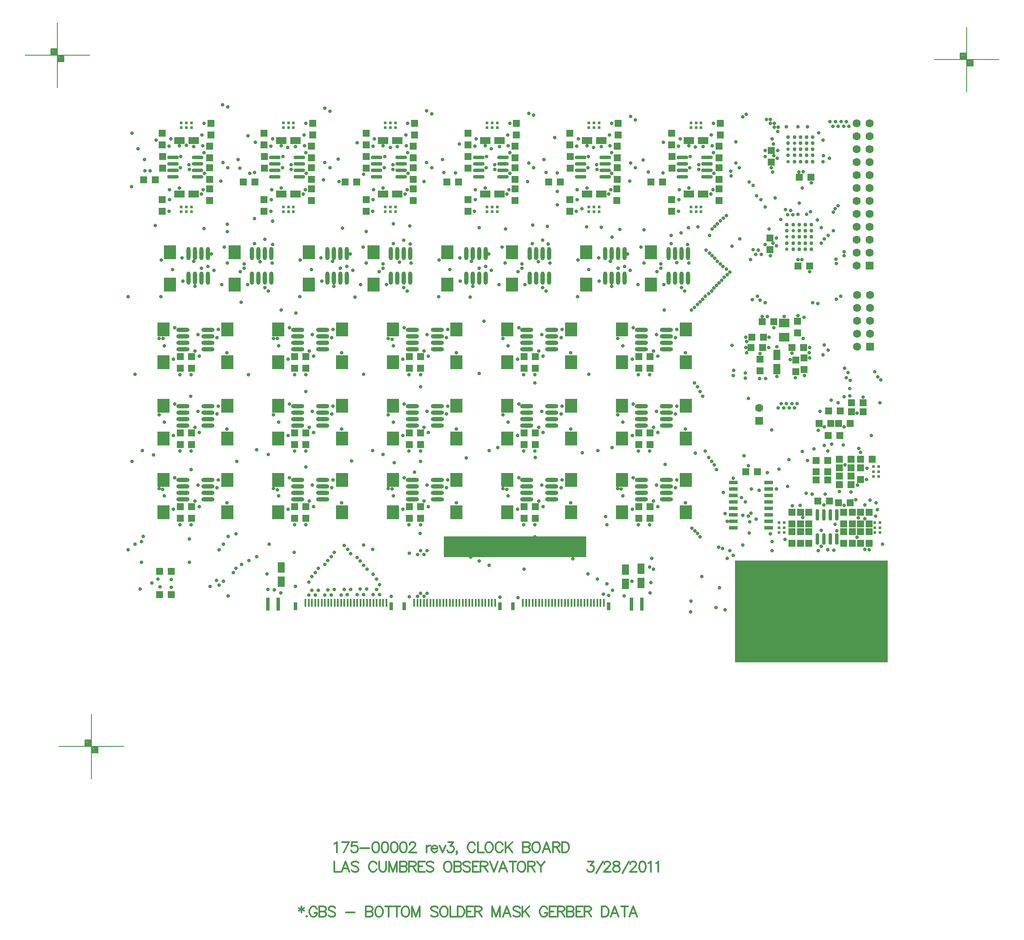
<source format=gbs>
%FSLAX23Y23*%
%MOIN*%
G70*
G01*
G75*
G04 Layer_Color=16711935*
%ADD10O,0.010X0.061*%
%ADD11O,0.061X0.010*%
%ADD12R,0.037X0.035*%
%ADD13R,0.037X0.035*%
%ADD14R,0.035X0.037*%
%ADD15R,0.035X0.037*%
%ADD16R,0.138X0.085*%
%ADD17R,0.043X0.085*%
%ADD18R,0.043X0.085*%
%ADD19R,0.135X0.070*%
%ADD20R,0.028X0.036*%
%ADD21R,0.036X0.036*%
%ADD22R,0.036X0.036*%
%ADD23R,0.100X0.100*%
%ADD24R,0.060X0.086*%
%ADD25R,0.045X0.017*%
%ADD26R,0.031X0.060*%
%ADD27R,0.014X0.060*%
%ADD28R,0.030X0.100*%
%ADD29R,0.228X0.228*%
%ADD30O,0.008X0.033*%
%ADD31O,0.033X0.008*%
%ADD32O,0.024X0.087*%
%ADD33R,0.050X0.050*%
%ADD34R,0.070X0.135*%
%ADD35O,0.098X0.028*%
%ADD36R,0.050X0.050*%
%ADD37R,0.085X0.043*%
%ADD38R,0.085X0.043*%
%ADD39R,0.085X0.138*%
%ADD40R,0.048X0.078*%
%ADD41C,0.040*%
%ADD42C,0.010*%
%ADD43C,0.005*%
%ADD44C,0.020*%
%ADD45C,0.007*%
%ADD46C,0.012*%
%ADD47R,1.181X0.787*%
%ADD48C,0.008*%
%ADD49C,0.012*%
%ADD50C,0.012*%
%ADD51C,0.020*%
%ADD52C,0.026*%
%ADD53R,0.059X0.059*%
%ADD54C,0.059*%
%ADD55C,0.236*%
%ADD56C,0.050*%
%ADD57C,0.024*%
%ADD58C,0.040*%
%ADD59C,0.030*%
%ADD60C,0.033*%
%ADD61C,0.055*%
G04:AMPARAMS|DCode=62|XSize=70mil|YSize=70mil|CornerRadius=0mil|HoleSize=0mil|Usage=FLASHONLY|Rotation=0.000|XOffset=0mil|YOffset=0mil|HoleType=Round|Shape=Relief|Width=10mil|Gap=10mil|Entries=4|*
%AMTHD62*
7,0,0,0.070,0.050,0.010,45*
%
%ADD62THD62*%
G04:AMPARAMS|DCode=63|XSize=95.433mil|YSize=95.433mil|CornerRadius=0mil|HoleSize=0mil|Usage=FLASHONLY|Rotation=0.000|XOffset=0mil|YOffset=0mil|HoleType=Round|Shape=Relief|Width=10mil|Gap=10mil|Entries=4|*
%AMTHD63*
7,0,0,0.095,0.075,0.010,45*
%
%ADD63THD63*%
%ADD64C,0.045*%
%ADD65R,0.065X0.024*%
%ADD66R,0.094X0.102*%
%ADD67R,0.075X0.063*%
%ADD68O,0.087X0.024*%
%ADD69R,0.078X0.048*%
%ADD70O,0.028X0.098*%
%ADD71R,1.181X0.787*%
%ADD72C,0.024*%
%ADD73C,0.010*%
%ADD74C,0.010*%
%ADD75C,0.008*%
%ADD76C,0.006*%
%ADD77R,0.240X0.165*%
%ADD78R,1.181X0.787*%
%ADD79O,0.014X0.065*%
%ADD80O,0.065X0.014*%
%ADD81R,0.041X0.039*%
%ADD82R,0.041X0.039*%
%ADD83R,0.039X0.041*%
%ADD84R,0.039X0.041*%
%ADD85R,0.142X0.089*%
%ADD86R,0.047X0.089*%
%ADD87R,0.047X0.089*%
%ADD88R,0.139X0.074*%
%ADD89R,0.032X0.040*%
%ADD90R,0.040X0.040*%
%ADD91R,0.040X0.040*%
%ADD92R,0.104X0.104*%
%ADD93R,0.064X0.090*%
%ADD94R,0.049X0.021*%
%ADD95R,0.232X0.232*%
%ADD96O,0.012X0.037*%
%ADD97O,0.037X0.012*%
%ADD98O,0.028X0.091*%
%ADD99R,0.054X0.054*%
%ADD100R,0.074X0.139*%
%ADD101O,0.102X0.032*%
%ADD102R,0.054X0.054*%
%ADD103R,0.089X0.047*%
%ADD104R,0.089X0.047*%
%ADD105R,0.089X0.142*%
%ADD106R,0.052X0.082*%
%ADD107C,0.080*%
%ADD108C,0.120*%
%ADD109C,0.030*%
%ADD110R,0.063X0.063*%
%ADD111C,0.063*%
%ADD112C,0.240*%
%ADD113C,0.054*%
%ADD114C,0.028*%
%ADD115R,1.099X0.163*%
%ADD116R,0.069X0.028*%
%ADD117R,0.098X0.106*%
%ADD118R,0.079X0.067*%
%ADD119O,0.091X0.028*%
%ADD120R,0.082X0.052*%
%ADD121O,0.032X0.102*%
D26*
X22645Y15776D02*
D03*
X23385D02*
D03*
X23485D02*
D03*
X24225D02*
D03*
X24325D02*
D03*
X25065D02*
D03*
D27*
X22747Y15803D02*
D03*
X22772D02*
D03*
X22797D02*
D03*
X22822D02*
D03*
X22847D02*
D03*
X22872D02*
D03*
X22897D02*
D03*
X22922D02*
D03*
X22947D02*
D03*
X22972D02*
D03*
X22997D02*
D03*
X23022D02*
D03*
X23047D02*
D03*
X23072D02*
D03*
X23097D02*
D03*
X23122D02*
D03*
X23147D02*
D03*
X23172D02*
D03*
X23197D02*
D03*
X23222D02*
D03*
X23247D02*
D03*
X23272D02*
D03*
X23297D02*
D03*
X23322D02*
D03*
X23562D02*
D03*
X23587D02*
D03*
X23612D02*
D03*
X23637D02*
D03*
X23662D02*
D03*
X23687D02*
D03*
X23712D02*
D03*
X23737D02*
D03*
X23762D02*
D03*
X23787D02*
D03*
X23812D02*
D03*
X23837D02*
D03*
X23862D02*
D03*
X23887D02*
D03*
X23912D02*
D03*
X23937D02*
D03*
X23962D02*
D03*
X23987D02*
D03*
X24012D02*
D03*
X24037D02*
D03*
X24062D02*
D03*
X24087D02*
D03*
X24112D02*
D03*
X24137D02*
D03*
X24162D02*
D03*
X24187D02*
D03*
X24403Y15804D02*
D03*
X24428D02*
D03*
X24453D02*
D03*
X24478D02*
D03*
X24503D02*
D03*
X24528D02*
D03*
X24553D02*
D03*
X24578D02*
D03*
X24603D02*
D03*
X24628D02*
D03*
X24653D02*
D03*
X24678D02*
D03*
X24703D02*
D03*
X24728D02*
D03*
X24753D02*
D03*
X24778D02*
D03*
X24803D02*
D03*
X24828D02*
D03*
X24853D02*
D03*
X24878D02*
D03*
X24903D02*
D03*
X24928D02*
D03*
X24953D02*
D03*
X24978D02*
D03*
X25003D02*
D03*
X25028D02*
D03*
X22722Y15803D02*
D03*
X23347D02*
D03*
D28*
X22431Y15794D02*
D03*
X22510D02*
D03*
X25241Y15794D02*
D03*
X25320D02*
D03*
D46*
X22692Y13455D02*
Y13410D01*
X22673Y13444D02*
X22711Y13421D01*
Y13444D02*
X22673Y13421D01*
X22732Y13383D02*
X22728Y13379D01*
X22732Y13375D01*
X22735Y13379D01*
X22732Y13383D01*
X22810Y13436D02*
X22806Y13444D01*
X22799Y13452D01*
X22791Y13455D01*
X22776D01*
X22768Y13452D01*
X22760Y13444D01*
X22757Y13436D01*
X22753Y13425D01*
Y13406D01*
X22757Y13395D01*
X22760Y13387D01*
X22768Y13379D01*
X22776Y13375D01*
X22791D01*
X22799Y13379D01*
X22806Y13387D01*
X22810Y13395D01*
Y13406D01*
X22791D02*
X22810D01*
X22828Y13455D02*
Y13375D01*
Y13455D02*
X22863D01*
X22874Y13452D01*
X22878Y13448D01*
X22882Y13440D01*
Y13433D01*
X22878Y13425D01*
X22874Y13421D01*
X22863Y13417D01*
X22828D02*
X22863D01*
X22874Y13414D01*
X22878Y13410D01*
X22882Y13402D01*
Y13391D01*
X22878Y13383D01*
X22874Y13379D01*
X22863Y13375D01*
X22828D01*
X22953Y13444D02*
X22945Y13452D01*
X22934Y13455D01*
X22919D01*
X22907Y13452D01*
X22900Y13444D01*
Y13436D01*
X22903Y13429D01*
X22907Y13425D01*
X22915Y13421D01*
X22938Y13414D01*
X22945Y13410D01*
X22949Y13406D01*
X22953Y13398D01*
Y13387D01*
X22945Y13379D01*
X22934Y13375D01*
X22919D01*
X22907Y13379D01*
X22900Y13387D01*
X23034Y13410D02*
X23102D01*
X23189Y13455D02*
Y13375D01*
Y13455D02*
X23223D01*
X23234Y13452D01*
X23238Y13448D01*
X23242Y13440D01*
Y13433D01*
X23238Y13425D01*
X23234Y13421D01*
X23223Y13417D01*
X23189D02*
X23223D01*
X23234Y13414D01*
X23238Y13410D01*
X23242Y13402D01*
Y13391D01*
X23238Y13383D01*
X23234Y13379D01*
X23223Y13375D01*
X23189D01*
X23283Y13455D02*
X23275Y13452D01*
X23267Y13444D01*
X23264Y13436D01*
X23260Y13425D01*
Y13406D01*
X23264Y13395D01*
X23267Y13387D01*
X23275Y13379D01*
X23283Y13375D01*
X23298D01*
X23306Y13379D01*
X23313Y13387D01*
X23317Y13395D01*
X23321Y13406D01*
Y13425D01*
X23317Y13436D01*
X23313Y13444D01*
X23306Y13452D01*
X23298Y13455D01*
X23283D01*
X23366D02*
Y13375D01*
X23339Y13455D02*
X23393D01*
X23429D02*
Y13375D01*
X23402Y13455D02*
X23456D01*
X23488D02*
X23480Y13452D01*
X23473Y13444D01*
X23469Y13436D01*
X23465Y13425D01*
Y13406D01*
X23469Y13395D01*
X23473Y13387D01*
X23480Y13379D01*
X23488Y13375D01*
X23503D01*
X23511Y13379D01*
X23518Y13387D01*
X23522Y13395D01*
X23526Y13406D01*
Y13425D01*
X23522Y13436D01*
X23518Y13444D01*
X23511Y13452D01*
X23503Y13455D01*
X23488D01*
X23545D02*
Y13375D01*
Y13455D02*
X23575Y13375D01*
X23606Y13455D02*
X23575Y13375D01*
X23606Y13455D02*
Y13375D01*
X23745Y13444D02*
X23737Y13452D01*
X23726Y13455D01*
X23710D01*
X23699Y13452D01*
X23691Y13444D01*
Y13436D01*
X23695Y13429D01*
X23699Y13425D01*
X23707Y13421D01*
X23729Y13414D01*
X23737Y13410D01*
X23741Y13406D01*
X23745Y13398D01*
Y13387D01*
X23737Y13379D01*
X23726Y13375D01*
X23710D01*
X23699Y13379D01*
X23691Y13387D01*
X23785Y13455D02*
X23778Y13452D01*
X23770Y13444D01*
X23766Y13436D01*
X23763Y13425D01*
Y13406D01*
X23766Y13395D01*
X23770Y13387D01*
X23778Y13379D01*
X23785Y13375D01*
X23801D01*
X23808Y13379D01*
X23816Y13387D01*
X23820Y13395D01*
X23823Y13406D01*
Y13425D01*
X23820Y13436D01*
X23816Y13444D01*
X23808Y13452D01*
X23801Y13455D01*
X23785D01*
X23842D02*
Y13375D01*
X23888D01*
X23897Y13455D02*
Y13375D01*
Y13455D02*
X23923D01*
X23935Y13452D01*
X23942Y13444D01*
X23946Y13436D01*
X23950Y13425D01*
Y13406D01*
X23946Y13395D01*
X23942Y13387D01*
X23935Y13379D01*
X23923Y13375D01*
X23897D01*
X24017Y13455D02*
X23968D01*
Y13375D01*
X24017D01*
X23968Y13417D02*
X23998D01*
X24031Y13455D02*
Y13375D01*
Y13455D02*
X24065D01*
X24076Y13452D01*
X24080Y13448D01*
X24084Y13440D01*
Y13433D01*
X24080Y13425D01*
X24076Y13421D01*
X24065Y13417D01*
X24031D01*
X24057D02*
X24084Y13375D01*
X24165Y13455D02*
Y13375D01*
Y13455D02*
X24195Y13375D01*
X24226Y13455D02*
X24195Y13375D01*
X24226Y13455D02*
Y13375D01*
X24309D02*
X24279Y13455D01*
X24249Y13375D01*
X24260Y13402D02*
X24298D01*
X24381Y13444D02*
X24374Y13452D01*
X24362Y13455D01*
X24347D01*
X24336Y13452D01*
X24328Y13444D01*
Y13436D01*
X24332Y13429D01*
X24336Y13425D01*
X24343Y13421D01*
X24366Y13414D01*
X24374Y13410D01*
X24378Y13406D01*
X24381Y13398D01*
Y13387D01*
X24374Y13379D01*
X24362Y13375D01*
X24347D01*
X24336Y13379D01*
X24328Y13387D01*
X24399Y13455D02*
Y13375D01*
X24453Y13455D02*
X24399Y13402D01*
X24418Y13421D02*
X24453Y13375D01*
X24591Y13436D02*
X24587Y13444D01*
X24579Y13452D01*
X24572Y13455D01*
X24556D01*
X24549Y13452D01*
X24541Y13444D01*
X24537Y13436D01*
X24533Y13425D01*
Y13406D01*
X24537Y13395D01*
X24541Y13387D01*
X24549Y13379D01*
X24556Y13375D01*
X24572D01*
X24579Y13379D01*
X24587Y13387D01*
X24591Y13395D01*
Y13406D01*
X24572D02*
X24591D01*
X24658Y13455D02*
X24609D01*
Y13375D01*
X24658D01*
X24609Y13417D02*
X24639D01*
X24672Y13455D02*
Y13375D01*
Y13455D02*
X24706D01*
X24717Y13452D01*
X24721Y13448D01*
X24725Y13440D01*
Y13433D01*
X24721Y13425D01*
X24717Y13421D01*
X24706Y13417D01*
X24672D01*
X24698D02*
X24725Y13375D01*
X24743Y13455D02*
Y13375D01*
Y13455D02*
X24777D01*
X24789Y13452D01*
X24792Y13448D01*
X24796Y13440D01*
Y13433D01*
X24792Y13425D01*
X24789Y13421D01*
X24777Y13417D01*
X24743D02*
X24777D01*
X24789Y13414D01*
X24792Y13410D01*
X24796Y13402D01*
Y13391D01*
X24792Y13383D01*
X24789Y13379D01*
X24777Y13375D01*
X24743D01*
X24864Y13455D02*
X24814D01*
Y13375D01*
X24864D01*
X24814Y13417D02*
X24845D01*
X24877Y13455D02*
Y13375D01*
Y13455D02*
X24911D01*
X24923Y13452D01*
X24926Y13448D01*
X24930Y13440D01*
Y13433D01*
X24926Y13425D01*
X24923Y13421D01*
X24911Y13417D01*
X24877D01*
X24904D02*
X24930Y13375D01*
X25011Y13455D02*
Y13375D01*
Y13455D02*
X25038D01*
X25049Y13452D01*
X25057Y13444D01*
X25061Y13436D01*
X25064Y13425D01*
Y13406D01*
X25061Y13395D01*
X25057Y13387D01*
X25049Y13379D01*
X25038Y13375D01*
X25011D01*
X25143D02*
X25113Y13455D01*
X25082Y13375D01*
X25094Y13402D02*
X25132D01*
X25189Y13455D02*
Y13375D01*
X25162Y13455D02*
X25215D01*
X25286Y13375D02*
X25255Y13455D01*
X25225Y13375D01*
X25236Y13402D02*
X25274D01*
D48*
X20554Y20037D02*
X21054D01*
X20804Y19787D02*
Y20287D01*
X20754Y20037D02*
Y20087D01*
X20804D01*
X20854Y19987D02*
Y20037D01*
X20804Y19987D02*
X20854D01*
X20809Y20032D02*
X20849D01*
Y19992D02*
Y20032D01*
X20809Y19992D02*
X20849D01*
X20809D02*
Y20032D01*
X20814Y20027D02*
X20844D01*
Y19997D02*
Y20027D01*
X20814Y19997D02*
X20844D01*
X20814D02*
Y20022D01*
X20819D02*
X20839D01*
Y20002D02*
Y20022D01*
X20819Y20002D02*
X20839D01*
X20819D02*
Y20017D01*
X20824D02*
X20834D01*
Y20007D02*
Y20017D01*
X20824Y20007D02*
X20834D01*
X20824D02*
Y20017D01*
Y20012D02*
X20834D01*
X20759Y20082D02*
X20799D01*
Y20042D02*
Y20082D01*
X20759Y20042D02*
X20799D01*
X20759D02*
Y20082D01*
X20764Y20077D02*
X20794D01*
Y20047D02*
Y20077D01*
X20764Y20047D02*
X20794D01*
X20764D02*
Y20072D01*
X20769D02*
X20789D01*
Y20052D02*
Y20072D01*
X20769Y20052D02*
X20789D01*
X20769D02*
Y20067D01*
X20774D02*
X20784D01*
Y20057D02*
Y20067D01*
X20774Y20057D02*
X20784D01*
X20774D02*
Y20067D01*
Y20062D02*
X20784D01*
X20818Y14694D02*
X21318D01*
X21068Y14444D02*
Y14944D01*
X21018Y14694D02*
Y14744D01*
X21068D01*
X21118Y14644D02*
Y14694D01*
X21068Y14644D02*
X21118D01*
X21073Y14689D02*
X21113D01*
Y14649D02*
Y14689D01*
X21073Y14649D02*
X21113D01*
X21073D02*
Y14689D01*
X21078Y14684D02*
X21108D01*
Y14654D02*
Y14684D01*
X21078Y14654D02*
X21108D01*
X21078D02*
Y14679D01*
X21083D02*
X21103D01*
Y14659D02*
Y14679D01*
X21083Y14659D02*
X21103D01*
X21083D02*
Y14674D01*
X21088D02*
X21098D01*
Y14664D02*
Y14674D01*
X21088Y14664D02*
X21098D01*
X21088D02*
Y14674D01*
Y14669D02*
X21098D01*
X21023Y14739D02*
X21063D01*
Y14699D02*
Y14739D01*
X21023Y14699D02*
X21063D01*
X21023D02*
Y14739D01*
X21028Y14734D02*
X21058D01*
Y14704D02*
Y14734D01*
X21028Y14704D02*
X21058D01*
X21028D02*
Y14729D01*
X21033D02*
X21053D01*
Y14709D02*
Y14729D01*
X21033Y14709D02*
X21053D01*
X21033D02*
Y14724D01*
X21038D02*
X21048D01*
Y14714D02*
Y14724D01*
X21038Y14714D02*
X21048D01*
X21038D02*
Y14724D01*
Y14719D02*
X21048D01*
X27582Y20004D02*
X28082D01*
X27832Y19754D02*
Y20254D01*
X27782Y20004D02*
Y20054D01*
X27832D01*
X27882Y19954D02*
Y20004D01*
X27832Y19954D02*
X27882D01*
X27837Y19999D02*
X27877D01*
Y19959D02*
Y19999D01*
X27837Y19959D02*
X27877D01*
X27837D02*
Y19999D01*
X27842Y19994D02*
X27872D01*
Y19964D02*
Y19994D01*
X27842Y19964D02*
X27872D01*
X27842D02*
Y19989D01*
X27847D02*
X27867D01*
Y19969D02*
Y19989D01*
X27847Y19969D02*
X27867D01*
X27847D02*
Y19984D01*
X27852D02*
X27862D01*
Y19974D02*
Y19984D01*
X27852Y19974D02*
X27862D01*
X27852D02*
Y19984D01*
Y19979D02*
X27862D01*
X27787Y20049D02*
X27827D01*
Y20009D02*
Y20049D01*
X27787Y20009D02*
X27827D01*
X27787D02*
Y20049D01*
X27792Y20044D02*
X27822D01*
Y20014D02*
Y20044D01*
X27792Y20014D02*
X27822D01*
X27792D02*
Y20039D01*
X27797D02*
X27817D01*
Y20019D02*
Y20039D01*
X27797Y20019D02*
X27817D01*
X27797D02*
Y20034D01*
X27802D02*
X27812D01*
Y20024D02*
Y20034D01*
X27802Y20024D02*
X27812D01*
X27802D02*
Y20034D01*
Y20029D02*
X27812D01*
D49*
X22945Y13938D02*
X22953Y13942D01*
X22964Y13953D01*
Y13873D01*
X23057Y13953D02*
X23019Y13873D01*
X23004Y13953D02*
X23057D01*
X23121D02*
X23083D01*
X23079Y13919D01*
X23083Y13923D01*
X23094Y13926D01*
X23106D01*
X23117Y13923D01*
X23125Y13915D01*
X23128Y13904D01*
Y13896D01*
X23125Y13885D01*
X23117Y13877D01*
X23106Y13873D01*
X23094D01*
X23083Y13877D01*
X23079Y13881D01*
X23075Y13888D01*
X23146Y13907D02*
X23215D01*
X23261Y13953D02*
X23250Y13949D01*
X23242Y13938D01*
X23239Y13919D01*
Y13907D01*
X23242Y13888D01*
X23250Y13877D01*
X23261Y13873D01*
X23269D01*
X23280Y13877D01*
X23288Y13888D01*
X23292Y13907D01*
Y13919D01*
X23288Y13938D01*
X23280Y13949D01*
X23269Y13953D01*
X23261D01*
X23333D02*
X23321Y13949D01*
X23314Y13938D01*
X23310Y13919D01*
Y13907D01*
X23314Y13888D01*
X23321Y13877D01*
X23333Y13873D01*
X23340D01*
X23352Y13877D01*
X23359Y13888D01*
X23363Y13907D01*
Y13919D01*
X23359Y13938D01*
X23352Y13949D01*
X23340Y13953D01*
X23333D01*
X23404D02*
X23392Y13949D01*
X23385Y13938D01*
X23381Y13919D01*
Y13907D01*
X23385Y13888D01*
X23392Y13877D01*
X23404Y13873D01*
X23411D01*
X23423Y13877D01*
X23431Y13888D01*
X23434Y13907D01*
Y13919D01*
X23431Y13938D01*
X23423Y13949D01*
X23411Y13953D01*
X23404D01*
X23475D02*
X23464Y13949D01*
X23456Y13938D01*
X23452Y13919D01*
Y13907D01*
X23456Y13888D01*
X23464Y13877D01*
X23475Y13873D01*
X23483D01*
X23494Y13877D01*
X23502Y13888D01*
X23506Y13907D01*
Y13919D01*
X23502Y13938D01*
X23494Y13949D01*
X23483Y13953D01*
X23475D01*
X23527Y13934D02*
Y13938D01*
X23531Y13945D01*
X23535Y13949D01*
X23543Y13953D01*
X23558D01*
X23565Y13949D01*
X23569Y13945D01*
X23573Y13938D01*
Y13930D01*
X23569Y13923D01*
X23562Y13911D01*
X23523Y13873D01*
X23577D01*
X23658Y13926D02*
Y13873D01*
Y13904D02*
X23661Y13915D01*
X23669Y13923D01*
X23677Y13926D01*
X23688D01*
X23695Y13904D02*
X23741D01*
Y13911D01*
X23737Y13919D01*
X23733Y13923D01*
X23726Y13926D01*
X23714D01*
X23707Y13923D01*
X23699Y13915D01*
X23695Y13904D01*
Y13896D01*
X23699Y13885D01*
X23707Y13877D01*
X23714Y13873D01*
X23726D01*
X23733Y13877D01*
X23741Y13885D01*
X23758Y13926D02*
X23781Y13873D01*
X23804Y13926D02*
X23781Y13873D01*
X23824Y13953D02*
X23866D01*
X23843Y13923D01*
X23855D01*
X23862Y13919D01*
X23866Y13915D01*
X23870Y13904D01*
Y13896D01*
X23866Y13885D01*
X23859Y13877D01*
X23847Y13873D01*
X23836D01*
X23824Y13877D01*
X23821Y13881D01*
X23817Y13888D01*
X23896Y13877D02*
X23892Y13873D01*
X23888Y13877D01*
X23892Y13881D01*
X23896Y13877D01*
Y13869D01*
X23892Y13862D01*
X23888Y13858D01*
X24033Y13934D02*
X24029Y13942D01*
X24022Y13949D01*
X24014Y13953D01*
X23999D01*
X23991Y13949D01*
X23984Y13942D01*
X23980Y13934D01*
X23976Y13923D01*
Y13904D01*
X23980Y13892D01*
X23984Y13885D01*
X23991Y13877D01*
X23999Y13873D01*
X24014D01*
X24022Y13877D01*
X24029Y13885D01*
X24033Y13892D01*
X24056Y13953D02*
Y13873D01*
X24101D01*
X24133Y13953D02*
X24125Y13949D01*
X24118Y13942D01*
X24114Y13934D01*
X24110Y13923D01*
Y13904D01*
X24114Y13892D01*
X24118Y13885D01*
X24125Y13877D01*
X24133Y13873D01*
X24148D01*
X24156Y13877D01*
X24163Y13885D01*
X24167Y13892D01*
X24171Y13904D01*
Y13923D01*
X24167Y13934D01*
X24163Y13942D01*
X24156Y13949D01*
X24148Y13953D01*
X24133D01*
X24247Y13934D02*
X24243Y13942D01*
X24235Y13949D01*
X24228Y13953D01*
X24212D01*
X24205Y13949D01*
X24197Y13942D01*
X24193Y13934D01*
X24190Y13923D01*
Y13904D01*
X24193Y13892D01*
X24197Y13885D01*
X24205Y13877D01*
X24212Y13873D01*
X24228D01*
X24235Y13877D01*
X24243Y13885D01*
X24247Y13892D01*
X24269Y13953D02*
Y13873D01*
X24323Y13953D02*
X24269Y13900D01*
X24288Y13919D02*
X24323Y13873D01*
X24403Y13953D02*
Y13873D01*
Y13953D02*
X24438D01*
X24449Y13949D01*
X24453Y13945D01*
X24457Y13938D01*
Y13930D01*
X24453Y13923D01*
X24449Y13919D01*
X24438Y13915D01*
X24403D02*
X24438D01*
X24449Y13911D01*
X24453Y13907D01*
X24457Y13900D01*
Y13888D01*
X24453Y13881D01*
X24449Y13877D01*
X24438Y13873D01*
X24403D01*
X24497Y13953D02*
X24490Y13949D01*
X24482Y13942D01*
X24478Y13934D01*
X24474Y13923D01*
Y13904D01*
X24478Y13892D01*
X24482Y13885D01*
X24490Y13877D01*
X24497Y13873D01*
X24513D01*
X24520Y13877D01*
X24528Y13885D01*
X24532Y13892D01*
X24535Y13904D01*
Y13923D01*
X24532Y13934D01*
X24528Y13942D01*
X24520Y13949D01*
X24513Y13953D01*
X24497D01*
X24615Y13873D02*
X24585Y13953D01*
X24554Y13873D01*
X24566Y13900D02*
X24604D01*
X24634Y13953D02*
Y13873D01*
Y13953D02*
X24668D01*
X24679Y13949D01*
X24683Y13945D01*
X24687Y13938D01*
Y13930D01*
X24683Y13923D01*
X24679Y13919D01*
X24668Y13915D01*
X24634D01*
X24660D02*
X24687Y13873D01*
X24705Y13953D02*
Y13873D01*
Y13953D02*
X24732D01*
X24743Y13949D01*
X24751Y13942D01*
X24754Y13934D01*
X24758Y13923D01*
Y13904D01*
X24754Y13892D01*
X24751Y13885D01*
X24743Y13877D01*
X24732Y13873D01*
X24705D01*
D50*
X22945Y13803D02*
Y13723D01*
X22991D01*
X23061D02*
X23030Y13803D01*
X23000Y13723D01*
X23011Y13750D02*
X23049D01*
X23133Y13792D02*
X23125Y13799D01*
X23114Y13803D01*
X23098D01*
X23087Y13799D01*
X23079Y13792D01*
Y13784D01*
X23083Y13776D01*
X23087Y13773D01*
X23095Y13769D01*
X23117Y13761D01*
X23125Y13757D01*
X23129Y13754D01*
X23133Y13746D01*
Y13735D01*
X23125Y13727D01*
X23114Y13723D01*
X23098D01*
X23087Y13727D01*
X23079Y13735D01*
X23271Y13784D02*
X23267Y13792D01*
X23259Y13799D01*
X23252Y13803D01*
X23236D01*
X23229Y13799D01*
X23221Y13792D01*
X23217Y13784D01*
X23213Y13773D01*
Y13754D01*
X23217Y13742D01*
X23221Y13735D01*
X23229Y13727D01*
X23236Y13723D01*
X23252D01*
X23259Y13727D01*
X23267Y13735D01*
X23271Y13742D01*
X23293Y13803D02*
Y13746D01*
X23297Y13735D01*
X23304Y13727D01*
X23316Y13723D01*
X23324D01*
X23335Y13727D01*
X23343Y13735D01*
X23346Y13746D01*
Y13803D01*
X23368D02*
Y13723D01*
Y13803D02*
X23399Y13723D01*
X23429Y13803D02*
X23399Y13723D01*
X23429Y13803D02*
Y13723D01*
X23452Y13803D02*
Y13723D01*
Y13803D02*
X23487D01*
X23498Y13799D01*
X23502Y13795D01*
X23506Y13788D01*
Y13780D01*
X23502Y13773D01*
X23498Y13769D01*
X23487Y13765D01*
X23452D02*
X23487D01*
X23498Y13761D01*
X23502Y13757D01*
X23506Y13750D01*
Y13738D01*
X23502Y13731D01*
X23498Y13727D01*
X23487Y13723D01*
X23452D01*
X23523Y13803D02*
Y13723D01*
Y13803D02*
X23558D01*
X23569Y13799D01*
X23573Y13795D01*
X23577Y13788D01*
Y13780D01*
X23573Y13773D01*
X23569Y13769D01*
X23558Y13765D01*
X23523D01*
X23550D02*
X23577Y13723D01*
X23644Y13803D02*
X23595D01*
Y13723D01*
X23644D01*
X23595Y13765D02*
X23625D01*
X23711Y13792D02*
X23703Y13799D01*
X23692Y13803D01*
X23677D01*
X23665Y13799D01*
X23658Y13792D01*
Y13784D01*
X23661Y13776D01*
X23665Y13773D01*
X23673Y13769D01*
X23696Y13761D01*
X23703Y13757D01*
X23707Y13754D01*
X23711Y13746D01*
Y13735D01*
X23703Y13727D01*
X23692Y13723D01*
X23677D01*
X23665Y13727D01*
X23658Y13735D01*
X23814Y13803D02*
X23807Y13799D01*
X23799Y13792D01*
X23795Y13784D01*
X23792Y13773D01*
Y13754D01*
X23795Y13742D01*
X23799Y13735D01*
X23807Y13727D01*
X23814Y13723D01*
X23830D01*
X23837Y13727D01*
X23845Y13735D01*
X23849Y13742D01*
X23853Y13754D01*
Y13773D01*
X23849Y13784D01*
X23845Y13792D01*
X23837Y13799D01*
X23830Y13803D01*
X23814D01*
X23871D02*
Y13723D01*
Y13803D02*
X23905D01*
X23917Y13799D01*
X23921Y13795D01*
X23925Y13788D01*
Y13780D01*
X23921Y13773D01*
X23917Y13769D01*
X23905Y13765D01*
X23871D02*
X23905D01*
X23917Y13761D01*
X23921Y13757D01*
X23925Y13750D01*
Y13738D01*
X23921Y13731D01*
X23917Y13727D01*
X23905Y13723D01*
X23871D01*
X23996Y13792D02*
X23988Y13799D01*
X23977Y13803D01*
X23961D01*
X23950Y13799D01*
X23942Y13792D01*
Y13784D01*
X23946Y13776D01*
X23950Y13773D01*
X23958Y13769D01*
X23981Y13761D01*
X23988Y13757D01*
X23992Y13754D01*
X23996Y13746D01*
Y13735D01*
X23988Y13727D01*
X23977Y13723D01*
X23961D01*
X23950Y13727D01*
X23942Y13735D01*
X24063Y13803D02*
X24014D01*
Y13723D01*
X24063D01*
X24014Y13765D02*
X24044D01*
X24076Y13803D02*
Y13723D01*
Y13803D02*
X24111D01*
X24122Y13799D01*
X24126Y13795D01*
X24130Y13788D01*
Y13780D01*
X24126Y13773D01*
X24122Y13769D01*
X24111Y13765D01*
X24076D01*
X24103D02*
X24130Y13723D01*
X24148Y13803D02*
X24178Y13723D01*
X24209Y13803D02*
X24178Y13723D01*
X24280D02*
X24249Y13803D01*
X24219Y13723D01*
X24230Y13750D02*
X24268D01*
X24325Y13803D02*
Y13723D01*
X24299Y13803D02*
X24352D01*
X24384D02*
X24377Y13799D01*
X24369Y13792D01*
X24365Y13784D01*
X24361Y13773D01*
Y13754D01*
X24365Y13742D01*
X24369Y13735D01*
X24377Y13727D01*
X24384Y13723D01*
X24399D01*
X24407Y13727D01*
X24415Y13735D01*
X24419Y13742D01*
X24422Y13754D01*
Y13773D01*
X24419Y13784D01*
X24415Y13792D01*
X24407Y13799D01*
X24399Y13803D01*
X24384D01*
X24441D02*
Y13723D01*
Y13803D02*
X24475D01*
X24487Y13799D01*
X24490Y13795D01*
X24494Y13788D01*
Y13780D01*
X24490Y13773D01*
X24487Y13769D01*
X24475Y13765D01*
X24441D01*
X24468D02*
X24494Y13723D01*
X24512Y13803D02*
X24543Y13765D01*
Y13723D01*
X24573Y13803D02*
X24543Y13765D01*
X24905Y13803D02*
X24947D01*
X24924Y13773D01*
X24936D01*
X24943Y13769D01*
X24947Y13765D01*
X24951Y13754D01*
Y13746D01*
X24947Y13735D01*
X24940Y13727D01*
X24928Y13723D01*
X24917D01*
X24905Y13727D01*
X24901Y13731D01*
X24898Y13738D01*
X24969Y13712D02*
X25022Y13803D01*
X25031Y13784D02*
Y13788D01*
X25035Y13795D01*
X25039Y13799D01*
X25047Y13803D01*
X25062D01*
X25069Y13799D01*
X25073Y13795D01*
X25077Y13788D01*
Y13780D01*
X25073Y13773D01*
X25066Y13761D01*
X25028Y13723D01*
X25081D01*
X25118Y13803D02*
X25106Y13799D01*
X25103Y13792D01*
Y13784D01*
X25106Y13776D01*
X25114Y13773D01*
X25129Y13769D01*
X25141Y13765D01*
X25148Y13757D01*
X25152Y13750D01*
Y13738D01*
X25148Y13731D01*
X25144Y13727D01*
X25133Y13723D01*
X25118D01*
X25106Y13727D01*
X25103Y13731D01*
X25099Y13738D01*
Y13750D01*
X25103Y13757D01*
X25110Y13765D01*
X25122Y13769D01*
X25137Y13773D01*
X25144Y13776D01*
X25148Y13784D01*
Y13792D01*
X25144Y13799D01*
X25133Y13803D01*
X25118D01*
X25170Y13712D02*
X25223Y13803D01*
X25232Y13784D02*
Y13788D01*
X25236Y13795D01*
X25240Y13799D01*
X25248Y13803D01*
X25263D01*
X25271Y13799D01*
X25274Y13795D01*
X25278Y13788D01*
Y13780D01*
X25274Y13773D01*
X25267Y13761D01*
X25229Y13723D01*
X25282D01*
X25323Y13803D02*
X25311Y13799D01*
X25304Y13788D01*
X25300Y13769D01*
Y13757D01*
X25304Y13738D01*
X25311Y13727D01*
X25323Y13723D01*
X25330D01*
X25342Y13727D01*
X25349Y13738D01*
X25353Y13757D01*
Y13769D01*
X25349Y13788D01*
X25342Y13799D01*
X25330Y13803D01*
X25323D01*
X25371Y13788D02*
X25379Y13792D01*
X25390Y13803D01*
Y13723D01*
X25430Y13788D02*
X25437Y13792D01*
X25449Y13803D01*
Y13723D01*
D52*
X26443Y18537D02*
D03*
Y18631D02*
D03*
X26491Y18679D02*
D03*
X26452Y19214D02*
D03*
Y19308D02*
D03*
X26500Y19355D02*
D03*
D57*
X25700Y19514D02*
D03*
X25740D02*
D03*
X25779D02*
D03*
Y19475D02*
D03*
X25740D02*
D03*
X25700D02*
D03*
X21763Y19475D02*
D03*
X21803D02*
D03*
X21842D02*
D03*
Y19514D02*
D03*
X21803D02*
D03*
X21763D02*
D03*
X27111Y16857D02*
D03*
Y16817D02*
D03*
Y16778D02*
D03*
X27151D02*
D03*
Y16817D02*
D03*
Y16857D02*
D03*
X27122Y16424D02*
D03*
Y16384D02*
D03*
Y16345D02*
D03*
X27161D02*
D03*
Y16384D02*
D03*
Y16424D02*
D03*
X26381Y16345D02*
D03*
Y16384D02*
D03*
Y16424D02*
D03*
X26420D02*
D03*
Y16384D02*
D03*
Y16345D02*
D03*
X25779Y18864D02*
D03*
X25740D02*
D03*
X25700D02*
D03*
Y18825D02*
D03*
X25740D02*
D03*
X25779D02*
D03*
X24992Y18864D02*
D03*
X24952D02*
D03*
X24913D02*
D03*
Y18825D02*
D03*
X24952D02*
D03*
X24992D02*
D03*
X24204Y18864D02*
D03*
X24165D02*
D03*
X24125D02*
D03*
Y18825D02*
D03*
X24165D02*
D03*
X24204D02*
D03*
X23417Y18864D02*
D03*
X23377D02*
D03*
X23338D02*
D03*
Y18825D02*
D03*
X23377D02*
D03*
X23417D02*
D03*
X22629Y18864D02*
D03*
X22590D02*
D03*
X22551D02*
D03*
Y18825D02*
D03*
X22590D02*
D03*
X22629D02*
D03*
X21842Y18864D02*
D03*
X21803D02*
D03*
X21763D02*
D03*
Y18825D02*
D03*
X21803D02*
D03*
X21842D02*
D03*
X24913Y19475D02*
D03*
X24952D02*
D03*
X24992D02*
D03*
Y19514D02*
D03*
X24952D02*
D03*
X24913D02*
D03*
X24125Y19475D02*
D03*
X24165D02*
D03*
X24204D02*
D03*
Y19514D02*
D03*
X24165D02*
D03*
X24125D02*
D03*
X23338Y19475D02*
D03*
X23377D02*
D03*
X23417D02*
D03*
Y19514D02*
D03*
X23377D02*
D03*
X23338D02*
D03*
X22551Y19475D02*
D03*
X22590D02*
D03*
X22629D02*
D03*
Y19514D02*
D03*
X22590D02*
D03*
X22551D02*
D03*
D78*
X26631Y15735D02*
D03*
D98*
X26828Y16295D02*
D03*
X26778D02*
D03*
X26728D02*
D03*
X26678D02*
D03*
X26828Y16484D02*
D03*
X26778D02*
D03*
X26728D02*
D03*
X26678D02*
D03*
D99*
X26214Y16817D02*
D03*
X26124D02*
D03*
X25481Y19056D02*
D03*
X25391D02*
D03*
X24603D02*
D03*
X24693D02*
D03*
X23816D02*
D03*
X23906D02*
D03*
X23029D02*
D03*
X23119D02*
D03*
X22241D02*
D03*
X22331D02*
D03*
X21472Y19072D02*
D03*
X21562D02*
D03*
X26848Y16912D02*
D03*
X26938D02*
D03*
X26668Y16817D02*
D03*
X26758D02*
D03*
X26668Y16752D02*
D03*
X26758D02*
D03*
X26938Y16717D02*
D03*
X26848D02*
D03*
X27103Y16912D02*
D03*
X27013D02*
D03*
X27030Y17350D02*
D03*
X26940D02*
D03*
X26848Y16782D02*
D03*
X26938D02*
D03*
X26930Y17190D02*
D03*
X26840D02*
D03*
X26690Y17190D02*
D03*
X26780D02*
D03*
X21595Y15865D02*
D03*
X21685D02*
D03*
X21685Y16045D02*
D03*
X21595D02*
D03*
X26758Y16902D02*
D03*
X26668D02*
D03*
X26848Y16847D02*
D03*
X26938D02*
D03*
X26481Y17775D02*
D03*
X26571D02*
D03*
X26850Y17095D02*
D03*
X26760D02*
D03*
X26256Y17775D02*
D03*
X26166D02*
D03*
X26855Y17285D02*
D03*
X26765D02*
D03*
X26341Y17975D02*
D03*
X26251D02*
D03*
X26261Y17855D02*
D03*
X26171D02*
D03*
X26537Y19094D02*
D03*
X26627D02*
D03*
X26528Y18407D02*
D03*
X26618D02*
D03*
X26941Y17280D02*
D03*
X27031D02*
D03*
X26931Y16577D02*
D03*
X26841D02*
D03*
X26680Y16588D02*
D03*
X26770D02*
D03*
D101*
X24626Y16753D02*
D03*
Y16703D02*
D03*
Y16653D02*
D03*
Y16603D02*
D03*
X24433Y16753D02*
D03*
Y16703D02*
D03*
Y16653D02*
D03*
Y16603D02*
D03*
X25511Y17914D02*
D03*
Y17864D02*
D03*
Y17814D02*
D03*
Y17764D02*
D03*
X25319Y17914D02*
D03*
Y17864D02*
D03*
Y17814D02*
D03*
Y17764D02*
D03*
X22854Y17914D02*
D03*
Y17864D02*
D03*
Y17814D02*
D03*
Y17764D02*
D03*
X22661Y17914D02*
D03*
Y17864D02*
D03*
Y17814D02*
D03*
Y17764D02*
D03*
X24433D02*
D03*
Y17814D02*
D03*
Y17864D02*
D03*
Y17914D02*
D03*
X24626Y17764D02*
D03*
Y17814D02*
D03*
Y17864D02*
D03*
Y17914D02*
D03*
X23547Y17764D02*
D03*
Y17814D02*
D03*
Y17864D02*
D03*
Y17914D02*
D03*
X23740Y17764D02*
D03*
Y17814D02*
D03*
Y17864D02*
D03*
Y17914D02*
D03*
X21775Y17764D02*
D03*
Y17814D02*
D03*
Y17864D02*
D03*
Y17914D02*
D03*
X21968Y17764D02*
D03*
Y17814D02*
D03*
Y17864D02*
D03*
Y17914D02*
D03*
X21775Y17174D02*
D03*
Y17224D02*
D03*
Y17274D02*
D03*
Y17324D02*
D03*
X21968Y17174D02*
D03*
Y17224D02*
D03*
Y17274D02*
D03*
Y17324D02*
D03*
X24433Y17174D02*
D03*
Y17224D02*
D03*
Y17274D02*
D03*
Y17324D02*
D03*
X24626Y17174D02*
D03*
Y17224D02*
D03*
Y17274D02*
D03*
Y17324D02*
D03*
X25319Y17174D02*
D03*
Y17224D02*
D03*
Y17274D02*
D03*
Y17324D02*
D03*
X25511Y17174D02*
D03*
Y17224D02*
D03*
Y17274D02*
D03*
Y17324D02*
D03*
X21775Y16603D02*
D03*
Y16653D02*
D03*
Y16703D02*
D03*
Y16753D02*
D03*
X21968Y16603D02*
D03*
Y16653D02*
D03*
Y16703D02*
D03*
Y16753D02*
D03*
X22661Y16603D02*
D03*
Y16653D02*
D03*
Y16703D02*
D03*
Y16753D02*
D03*
X22854Y16603D02*
D03*
Y16653D02*
D03*
Y16703D02*
D03*
Y16753D02*
D03*
X25319Y16603D02*
D03*
Y16653D02*
D03*
Y16703D02*
D03*
Y16753D02*
D03*
X25511Y16603D02*
D03*
Y16653D02*
D03*
Y16703D02*
D03*
Y16753D02*
D03*
X22854Y17324D02*
D03*
Y17274D02*
D03*
Y17224D02*
D03*
Y17174D02*
D03*
X22661Y17324D02*
D03*
Y17274D02*
D03*
Y17224D02*
D03*
Y17174D02*
D03*
X23740Y17324D02*
D03*
Y17274D02*
D03*
Y17224D02*
D03*
Y17174D02*
D03*
X23547Y17324D02*
D03*
Y17274D02*
D03*
Y17224D02*
D03*
Y17174D02*
D03*
X23740Y16753D02*
D03*
Y16703D02*
D03*
Y16653D02*
D03*
Y16603D02*
D03*
X23547Y16753D02*
D03*
Y16703D02*
D03*
Y16653D02*
D03*
Y16603D02*
D03*
D102*
X26612Y16504D02*
D03*
Y16414D02*
D03*
X26548Y16504D02*
D03*
Y16414D02*
D03*
X26483Y16354D02*
D03*
Y16264D02*
D03*
X26612Y16264D02*
D03*
Y16354D02*
D03*
X26548Y16264D02*
D03*
Y16354D02*
D03*
X27013Y16354D02*
D03*
Y16264D02*
D03*
X25297Y17617D02*
D03*
Y17707D02*
D03*
X22639Y17617D02*
D03*
Y17707D02*
D03*
X25384D02*
D03*
Y17617D02*
D03*
X22726Y17707D02*
D03*
Y17617D02*
D03*
X25918Y19333D02*
D03*
Y19243D02*
D03*
X25131D02*
D03*
Y19333D02*
D03*
X24343Y19243D02*
D03*
Y19333D02*
D03*
X23556Y19243D02*
D03*
Y19333D02*
D03*
X22769Y19243D02*
D03*
Y19333D02*
D03*
X21981Y19243D02*
D03*
Y19333D02*
D03*
X25917Y18914D02*
D03*
Y19004D02*
D03*
X25129Y18914D02*
D03*
Y19004D02*
D03*
X24342Y18914D02*
D03*
Y19004D02*
D03*
X23555Y18914D02*
D03*
Y19004D02*
D03*
X22767Y18914D02*
D03*
Y19004D02*
D03*
X21980Y18914D02*
D03*
Y19004D02*
D03*
X25553Y19431D02*
D03*
Y19341D02*
D03*
X24765D02*
D03*
Y19431D02*
D03*
X23978Y19341D02*
D03*
Y19431D02*
D03*
X23190Y19341D02*
D03*
Y19431D02*
D03*
X22403Y19341D02*
D03*
Y19431D02*
D03*
X21616Y19341D02*
D03*
Y19431D02*
D03*
X24411Y17707D02*
D03*
Y17617D02*
D03*
X23525Y17707D02*
D03*
Y17617D02*
D03*
X21754Y17707D02*
D03*
Y17617D02*
D03*
X24498D02*
D03*
Y17707D02*
D03*
X23612Y17617D02*
D03*
Y17707D02*
D03*
X21840Y17617D02*
D03*
Y17707D02*
D03*
X25918Y19075D02*
D03*
Y19165D02*
D03*
X25131Y19075D02*
D03*
Y19165D02*
D03*
X24343Y19075D02*
D03*
Y19165D02*
D03*
X23556Y19075D02*
D03*
Y19165D02*
D03*
X22769Y19075D02*
D03*
Y19165D02*
D03*
X21981Y19075D02*
D03*
Y19165D02*
D03*
X25553Y18919D02*
D03*
Y18829D02*
D03*
X24765Y18919D02*
D03*
Y18829D02*
D03*
X23978Y18919D02*
D03*
Y18829D02*
D03*
X23190Y18919D02*
D03*
Y18829D02*
D03*
X22403Y18919D02*
D03*
Y18829D02*
D03*
X21616Y18919D02*
D03*
Y18829D02*
D03*
X25554Y19254D02*
D03*
Y19164D02*
D03*
X24767Y19254D02*
D03*
Y19164D02*
D03*
X23979Y19254D02*
D03*
Y19164D02*
D03*
X23192Y19254D02*
D03*
Y19164D02*
D03*
X22404Y19254D02*
D03*
Y19164D02*
D03*
X21617Y19254D02*
D03*
Y19164D02*
D03*
X25927Y19420D02*
D03*
Y19510D02*
D03*
X25139D02*
D03*
Y19420D02*
D03*
X24352Y19510D02*
D03*
Y19420D02*
D03*
X23564Y19510D02*
D03*
Y19420D02*
D03*
X22777Y19510D02*
D03*
Y19420D02*
D03*
X21990Y19510D02*
D03*
Y19420D02*
D03*
X21840Y17026D02*
D03*
Y17116D02*
D03*
X24498Y17026D02*
D03*
Y17116D02*
D03*
X25384Y17026D02*
D03*
Y17116D02*
D03*
X21840Y16456D02*
D03*
Y16546D02*
D03*
X22726Y16456D02*
D03*
Y16546D02*
D03*
X25384Y16456D02*
D03*
Y16546D02*
D03*
X21754Y17116D02*
D03*
Y17026D02*
D03*
X24411Y17116D02*
D03*
Y17026D02*
D03*
X25297Y17116D02*
D03*
Y17026D02*
D03*
X21754Y16546D02*
D03*
Y16456D02*
D03*
X22639Y16546D02*
D03*
Y16456D02*
D03*
X25297Y16546D02*
D03*
Y16456D02*
D03*
X22726Y17116D02*
D03*
Y17026D02*
D03*
X23612Y17116D02*
D03*
Y17026D02*
D03*
Y16546D02*
D03*
Y16456D02*
D03*
X24498Y16546D02*
D03*
Y16456D02*
D03*
X22639Y17026D02*
D03*
Y17116D02*
D03*
X23525Y17026D02*
D03*
Y17116D02*
D03*
Y16456D02*
D03*
Y16546D02*
D03*
X24411Y16456D02*
D03*
Y16546D02*
D03*
X27013Y16847D02*
D03*
Y16757D02*
D03*
X26948Y16354D02*
D03*
Y16264D02*
D03*
X26883D02*
D03*
Y16354D02*
D03*
X27078Y16354D02*
D03*
Y16264D02*
D03*
X26483Y16414D02*
D03*
Y16504D02*
D03*
X26883Y16414D02*
D03*
Y16504D02*
D03*
X27013Y16414D02*
D03*
Y16504D02*
D03*
X26948Y16504D02*
D03*
Y16414D02*
D03*
X27078Y16504D02*
D03*
Y16414D02*
D03*
X26576Y17605D02*
D03*
Y17695D02*
D03*
X26526Y17890D02*
D03*
Y17980D02*
D03*
X26511Y17680D02*
D03*
Y17590D02*
D03*
X26236Y17685D02*
D03*
Y17595D02*
D03*
X26322Y19299D02*
D03*
Y19209D02*
D03*
X26313Y18622D02*
D03*
Y18532D02*
D03*
D106*
X26366Y17610D02*
D03*
Y17720D02*
D03*
X22536Y16075D02*
D03*
Y15965D02*
D03*
X25316Y15955D02*
D03*
Y16065D02*
D03*
X25196Y15950D02*
D03*
Y16060D02*
D03*
D109*
X26491Y18537D02*
D03*
X26538D02*
D03*
X26585D02*
D03*
X26632D02*
D03*
Y18584D02*
D03*
X26585D02*
D03*
X26538D02*
D03*
X26491D02*
D03*
X26443D02*
D03*
X26632Y18631D02*
D03*
X26585D02*
D03*
X26538D02*
D03*
X26491D02*
D03*
X26632Y18679D02*
D03*
X26585D02*
D03*
X26538D02*
D03*
X26443D02*
D03*
X26632Y18726D02*
D03*
X26585D02*
D03*
X26538D02*
D03*
X26491D02*
D03*
X26443D02*
D03*
X26500Y19214D02*
D03*
X26547D02*
D03*
X26594D02*
D03*
X26641D02*
D03*
Y19261D02*
D03*
X26594D02*
D03*
X26547D02*
D03*
X26500D02*
D03*
X26452D02*
D03*
X26641Y19308D02*
D03*
X26594D02*
D03*
X26547D02*
D03*
X26500D02*
D03*
X26641Y19355D02*
D03*
X26594D02*
D03*
X26547D02*
D03*
X26452D02*
D03*
X26641Y19402D02*
D03*
X26594D02*
D03*
X26547D02*
D03*
X26500D02*
D03*
X26452D02*
D03*
D110*
X27084Y17782D02*
D03*
X27081Y18410D02*
D03*
X26229Y17210D02*
D03*
D111*
X26984Y17782D02*
D03*
X27084Y17882D02*
D03*
X26984D02*
D03*
X27084Y17982D02*
D03*
X26984D02*
D03*
X27084Y18082D02*
D03*
X26984D02*
D03*
X27084Y18182D02*
D03*
X26984D02*
D03*
X26981Y19510D02*
D03*
X27081D02*
D03*
X26981Y19410D02*
D03*
X27081D02*
D03*
X26981Y19310D02*
D03*
X27081D02*
D03*
X26981Y19210D02*
D03*
X27081D02*
D03*
X26981Y19110D02*
D03*
X27081D02*
D03*
X26981Y19010D02*
D03*
X27081D02*
D03*
X26981Y18910D02*
D03*
X27081D02*
D03*
X26981Y18810D02*
D03*
X27081D02*
D03*
X26981Y18710D02*
D03*
X27081D02*
D03*
X26981Y18610D02*
D03*
X27081D02*
D03*
X26981Y18510D02*
D03*
X27081D02*
D03*
X26981Y18410D02*
D03*
X26229Y17310D02*
D03*
D112*
X27025Y15735D02*
D03*
X26238D02*
D03*
D113*
X26159Y15420D02*
D03*
X26316D02*
D03*
X26474D02*
D03*
X26631D02*
D03*
X26789D02*
D03*
X26946D02*
D03*
X27104D02*
D03*
Y15577D02*
D03*
X26946D02*
D03*
X26789D02*
D03*
X26631D02*
D03*
X26474D02*
D03*
X26316D02*
D03*
X26159D02*
D03*
X26789Y15735D02*
D03*
X26631D02*
D03*
X26474D02*
D03*
X27104Y15892D02*
D03*
X26946D02*
D03*
X26789D02*
D03*
X26631D02*
D03*
X26474D02*
D03*
X26316D02*
D03*
X26159D02*
D03*
X27104Y16049D02*
D03*
X26946D02*
D03*
X26789D02*
D03*
X26631D02*
D03*
X26474D02*
D03*
X26316D02*
D03*
X26159D02*
D03*
D114*
X26153Y16341D02*
D03*
X26204Y16450D02*
D03*
X26227Y16674D02*
D03*
X26292Y16808D02*
D03*
X26091Y16615D02*
D03*
X26155Y16429D02*
D03*
X26165Y16496D02*
D03*
X26003Y16205D02*
D03*
X26028Y16767D02*
D03*
X26167Y16683D02*
D03*
X25946Y16222D02*
D03*
X25950Y16655D02*
D03*
X26564Y16463D02*
D03*
X26146Y16474D02*
D03*
X26123Y16582D02*
D03*
X25914Y16233D02*
D03*
X26101Y16480D02*
D03*
Y16249D02*
D03*
X26328Y16276D02*
D03*
X26329Y16205D02*
D03*
X25980Y16147D02*
D03*
X25981Y16432D02*
D03*
X26029Y16168D02*
D03*
X26449Y16702D02*
D03*
X26591Y16649D02*
D03*
X26886Y16555D02*
D03*
X25373Y19131D02*
D03*
X25487Y19361D02*
D03*
X25484Y19126D02*
D03*
X25332Y19225D02*
D03*
X26174Y18145D02*
D03*
X26304Y18693D02*
D03*
X26275Y19298D02*
D03*
X26343Y19258D02*
D03*
X26336Y18581D02*
D03*
X24207Y17002D02*
D03*
X24598Y18577D02*
D03*
X25684Y18428D02*
D03*
X25548Y18579D02*
D03*
X24825Y18170D02*
D03*
X25676Y18571D02*
D03*
X24987Y18468D02*
D03*
X25337Y18428D02*
D03*
X25187Y18403D02*
D03*
X24992Y18288D02*
D03*
X25232Y18373D02*
D03*
X25087Y18248D02*
D03*
X25492Y18263D02*
D03*
X25212Y18498D02*
D03*
X25137Y18388D02*
D03*
X25653Y18212D02*
D03*
X25467Y18390D02*
D03*
X25627Y18238D02*
D03*
X25077Y18443D02*
D03*
X25437Y18363D02*
D03*
X25314Y18551D02*
D03*
X24827Y18453D02*
D03*
X24912Y18378D02*
D03*
X25467Y18423D02*
D03*
X25292Y18263D02*
D03*
X24475Y18579D02*
D03*
X24611Y18428D02*
D03*
X23752Y18170D02*
D03*
X23914Y18468D02*
D03*
X24264Y18428D02*
D03*
X24114Y18403D02*
D03*
X23919Y18288D02*
D03*
X24159Y18373D02*
D03*
X24014Y18248D02*
D03*
X24419Y18263D02*
D03*
X24139Y18498D02*
D03*
X24064Y18388D02*
D03*
X24394Y18390D02*
D03*
X24580Y18212D02*
D03*
X24554Y18238D02*
D03*
X24004Y18443D02*
D03*
X24364Y18363D02*
D03*
X24241Y18551D02*
D03*
X23754Y18453D02*
D03*
X23839Y18378D02*
D03*
X24394Y18423D02*
D03*
X24219Y18263D02*
D03*
X23538Y18428D02*
D03*
X22679Y18170D02*
D03*
X22842Y18468D02*
D03*
X23192Y18428D02*
D03*
X23042Y18403D02*
D03*
X22847Y18288D02*
D03*
X23087Y18373D02*
D03*
X22942Y18248D02*
D03*
X23347Y18263D02*
D03*
X23067Y18498D02*
D03*
X22992Y18388D02*
D03*
X23507Y18212D02*
D03*
X23321Y18390D02*
D03*
X23482Y18238D02*
D03*
X22932Y18443D02*
D03*
X23291Y18363D02*
D03*
X23168Y18551D02*
D03*
X22682Y18453D02*
D03*
X22767Y18378D02*
D03*
X23322Y18423D02*
D03*
X23147Y18263D02*
D03*
X22117Y18672D02*
D03*
X23193Y18674D02*
D03*
X25008Y18705D02*
D03*
X25007Y19330D02*
D03*
X22226Y18125D02*
D03*
X22229Y16098D02*
D03*
X22872Y15863D02*
D03*
Y16099D02*
D03*
X21937Y18696D02*
D03*
X23007Y18698D02*
D03*
X24896Y18708D02*
D03*
X24897Y19009D02*
D03*
X25093Y17002D02*
D03*
X22218Y18363D02*
D03*
X22465Y18428D02*
D03*
X22434Y18212D02*
D03*
X22248Y18390D02*
D03*
X25399Y16146D02*
D03*
X21469Y16317D02*
D03*
X26276Y18124D02*
D03*
X26641D02*
D03*
X26720Y17719D02*
D03*
X26653Y16992D02*
D03*
X26638Y16642D02*
D03*
X26738D02*
D03*
X26803Y18680D02*
D03*
X26625Y18825D02*
D03*
X26802Y18824D02*
D03*
X26471Y18835D02*
D03*
X26816Y18850D02*
D03*
X26430Y18841D02*
D03*
X26839Y18872D02*
D03*
X26885Y18516D02*
D03*
X26886Y18486D02*
D03*
X26822Y18460D02*
D03*
X26826Y18426D02*
D03*
X27061Y16841D02*
D03*
X26998Y16996D02*
D03*
X27045Y16558D02*
D03*
X27130Y16577D02*
D03*
X27086Y16597D02*
D03*
X26975Y16598D02*
D03*
X26984Y16308D02*
D03*
X27140Y16523D02*
D03*
X27182Y16257D02*
D03*
X23587Y16176D02*
D03*
X23612Y16206D02*
D03*
X23637Y16176D02*
D03*
X23662Y16206D02*
D03*
Y15876D02*
D03*
X23637Y15851D02*
D03*
X23612Y15877D02*
D03*
X23587Y15853D02*
D03*
X21351Y16212D02*
D03*
X22054D02*
D03*
X22056Y15938D02*
D03*
X21406Y16256D02*
D03*
X22087Y16255D02*
D03*
Y15970D02*
D03*
X22126Y16317D02*
D03*
X22166Y16036D02*
D03*
X22186Y16335D02*
D03*
Y16070D02*
D03*
X21456Y16275D02*
D03*
X26686Y17135D02*
D03*
Y16205D02*
D03*
X21456Y16115D02*
D03*
X21826Y16295D02*
D03*
X23122Y16154D02*
D03*
X21826Y16115D02*
D03*
X25896Y15765D02*
D03*
X25697Y15733D02*
D03*
X25702Y15817D02*
D03*
X21583Y15985D02*
D03*
X21684Y15984D02*
D03*
X21686Y15924D02*
D03*
X26545Y16557D02*
D03*
X26563Y16972D02*
D03*
X26231Y17535D02*
D03*
X27094Y17096D02*
D03*
X26771Y19240D02*
D03*
X26723Y19212D02*
D03*
X26275Y18574D02*
D03*
X26330Y19131D02*
D03*
X26362Y18562D02*
D03*
X26367Y19240D02*
D03*
X26181Y18531D02*
D03*
X26202Y18497D02*
D03*
X26223Y18530D02*
D03*
X26244Y18497D02*
D03*
X26075Y19165D02*
D03*
X26102Y19560D02*
D03*
X26048Y19204D02*
D03*
X26275Y18861D02*
D03*
X26353Y18933D02*
D03*
X26539Y18893D02*
D03*
X26562Y19010D02*
D03*
X26275Y19254D02*
D03*
X26337Y19349D02*
D03*
X26127Y19579D02*
D03*
X26209Y18949D02*
D03*
X26243Y18919D02*
D03*
X26151Y19055D02*
D03*
X26181Y19028D02*
D03*
X26329Y19390D02*
D03*
X26285Y19540D02*
D03*
X26373Y19447D02*
D03*
X26316Y19538D02*
D03*
X26315Y19508D02*
D03*
X26346Y19508D02*
D03*
X26375Y19479D02*
D03*
X26396Y18765D02*
D03*
X26559Y18455D02*
D03*
X26709Y18701D02*
D03*
X26678Y18762D02*
D03*
X26594Y18805D02*
D03*
X26528D02*
D03*
X26488Y18804D02*
D03*
X26449D02*
D03*
X26567Y19135D02*
D03*
X26725Y19260D02*
D03*
X26721Y19378D02*
D03*
X26687Y19437D02*
D03*
X26603Y19483D02*
D03*
X26527Y19484D02*
D03*
X26438Y19481D02*
D03*
X26923Y19487D02*
D03*
X26881D02*
D03*
X26797D02*
D03*
X26902Y19521D02*
D03*
X26860D02*
D03*
X26776D02*
D03*
X24269Y18691D02*
D03*
X25338Y18685D02*
D03*
X25754Y18708D02*
D03*
X24065Y18701D02*
D03*
X25152Y18689D02*
D03*
X25682Y18704D02*
D03*
X24103Y17980D02*
D03*
X23566Y16814D02*
D03*
X23965Y16924D02*
D03*
X25494Y18066D02*
D03*
X22535Y18065D02*
D03*
X22647Y18041D02*
D03*
X23321Y16949D02*
D03*
X22435D02*
D03*
X21549Y16945D02*
D03*
X21428Y19313D02*
D03*
X25736Y16958D02*
D03*
X22191Y16895D02*
D03*
X23079Y16899D02*
D03*
X24861Y16961D02*
D03*
X21380Y16895D02*
D03*
X21379Y19020D02*
D03*
X25547Y18641D02*
D03*
X24593Y18712D02*
D03*
X24477Y18724D02*
D03*
X23529Y18716D02*
D03*
X23530Y18576D02*
D03*
X23402Y18733D02*
D03*
Y18579D02*
D03*
X22469Y18753D02*
D03*
Y18571D02*
D03*
X22328Y18774D02*
D03*
Y18580D02*
D03*
X22095Y18551D02*
D03*
X24496Y16314D02*
D03*
X23608Y16338D02*
D03*
X21838Y16406D02*
D03*
X24497Y16927D02*
D03*
X23612Y16896D02*
D03*
X22725Y16853D02*
D03*
X21839Y16833D02*
D03*
X24496Y17504D02*
D03*
X23612Y17472D02*
D03*
X22724Y17436D02*
D03*
X21836Y17400D02*
D03*
X22946Y16192D02*
D03*
X22921Y16160D02*
D03*
X22798Y16037D02*
D03*
X22821Y16070D02*
D03*
X22773Y16005D02*
D03*
X22748Y15962D02*
D03*
X23296Y15944D02*
D03*
X23526Y16185D02*
D03*
X23240Y16217D02*
D03*
X23170Y16249D02*
D03*
X23272Y15986D02*
D03*
X23272Y15907D02*
D03*
X23246Y16024D02*
D03*
X23198Y16062D02*
D03*
X23173Y16094D02*
D03*
X23146Y16126D02*
D03*
X23072Y16183D02*
D03*
X23047Y16216D02*
D03*
X23022Y16247D02*
D03*
X22896Y16129D02*
D03*
X23997Y16155D02*
D03*
X24140Y16094D02*
D03*
X23296Y15865D02*
D03*
X23196Y15910D02*
D03*
X23171Y15865D02*
D03*
X23246D02*
D03*
X23146Y15909D02*
D03*
X24411Y16063D02*
D03*
X22636Y16192D02*
D03*
X25874Y19283D02*
D03*
X25854Y18962D02*
D03*
X25684Y19337D02*
D03*
X25604Y18828D02*
D03*
X25609Y18920D02*
D03*
X25859Y19420D02*
D03*
X25875Y19510D02*
D03*
X25761Y19154D02*
D03*
X25760Y19189D02*
D03*
X25870Y18997D02*
D03*
X25610D02*
D03*
X25864Y19335D02*
D03*
X25618Y19388D02*
D03*
X25693Y19165D02*
D03*
X25606Y19333D02*
D03*
X25684Y19009D02*
D03*
X25877Y19124D02*
D03*
X25795Y19330D02*
D03*
X25696Y19254D02*
D03*
X25087Y19283D02*
D03*
X25066Y18962D02*
D03*
X24897Y19337D02*
D03*
X24816Y18828D02*
D03*
X24821Y18920D02*
D03*
X25072Y19420D02*
D03*
X25088Y19510D02*
D03*
X24974Y19154D02*
D03*
X24973Y19189D02*
D03*
X25083Y18997D02*
D03*
X24822D02*
D03*
X25076Y19335D02*
D03*
X24830Y19388D02*
D03*
X24906Y19165D02*
D03*
X24818Y19333D02*
D03*
X25089Y19124D02*
D03*
X24909Y19254D02*
D03*
X24300Y19283D02*
D03*
X24279Y18962D02*
D03*
X24110Y19337D02*
D03*
X24029Y18828D02*
D03*
X24034Y18920D02*
D03*
X24285Y19420D02*
D03*
X24301Y19510D02*
D03*
X24186Y19154D02*
D03*
X24185Y19189D02*
D03*
X24296Y18997D02*
D03*
X24035D02*
D03*
X24289Y19335D02*
D03*
X24043Y19388D02*
D03*
X24119Y19165D02*
D03*
X24031Y19333D02*
D03*
X24110Y19009D02*
D03*
X24302Y19124D02*
D03*
X24220Y19330D02*
D03*
X24121Y19254D02*
D03*
X22460Y18997D02*
D03*
X21937Y19283D02*
D03*
X21917Y18962D02*
D03*
X21747Y19337D02*
D03*
X21667Y18828D02*
D03*
X21672Y18920D02*
D03*
X21922Y19420D02*
D03*
X21938Y19510D02*
D03*
X21824Y19154D02*
D03*
X21823Y19189D02*
D03*
X21933Y18997D02*
D03*
X21673D02*
D03*
X21927Y19335D02*
D03*
X21681Y19388D02*
D03*
X21756Y19165D02*
D03*
X21669Y19333D02*
D03*
X21747Y19009D02*
D03*
X21940Y19124D02*
D03*
X21858Y19330D02*
D03*
X21759Y19254D02*
D03*
X23247Y18997D02*
D03*
X21890Y16713D02*
D03*
X21712Y16768D02*
D03*
X22039Y16692D02*
D03*
X21631Y16628D02*
D03*
X22116Y16575D02*
D03*
X21867Y16588D02*
D03*
X21703Y16525D02*
D03*
X21900Y16547D02*
D03*
X21590Y16686D02*
D03*
X22048Y16753D02*
D03*
X21994Y18498D02*
D03*
X22274Y18263D02*
D03*
X22074D02*
D03*
X21969Y18403D02*
D03*
X22119Y18428D02*
D03*
X21769Y18468D02*
D03*
X21774Y18288D02*
D03*
X21694Y18378D02*
D03*
X21919Y18388D02*
D03*
X22249Y18423D02*
D03*
X22014Y18373D02*
D03*
X21869Y18248D02*
D03*
X21859Y18443D02*
D03*
X22409Y18238D02*
D03*
X21609Y18453D02*
D03*
X21606Y18170D02*
D03*
X21351D02*
D03*
X21406Y17570D02*
D03*
X21461Y16980D02*
D03*
X21751Y16405D02*
D03*
X22281Y17565D02*
D03*
X22346Y16985D02*
D03*
X23106Y18165D02*
D03*
X23171Y17570D02*
D03*
X23241Y16980D02*
D03*
X23996Y18165D02*
D03*
X24141Y16980D02*
D03*
X24981D02*
D03*
X25051Y16405D02*
D03*
X23121Y15865D02*
D03*
X23046D02*
D03*
X22922Y15864D02*
D03*
X22997Y15861D02*
D03*
X22798Y15863D02*
D03*
X22748Y15861D02*
D03*
X22772Y15898D02*
D03*
X22822Y15900D02*
D03*
X22896Y15904D02*
D03*
X23022Y15906D02*
D03*
X22946Y15905D02*
D03*
X23071D02*
D03*
X22284Y16129D02*
D03*
X22346Y16160D02*
D03*
X22531Y15880D02*
D03*
X25386D02*
D03*
X25186Y15855D02*
D03*
X25391Y15960D02*
D03*
X25051Y15948D02*
D03*
X25026Y15870D02*
D03*
X25096Y15900D02*
D03*
X25786Y16005D02*
D03*
X24979Y15986D02*
D03*
X26126Y17775D02*
D03*
Y17855D02*
D03*
X26306D02*
D03*
X26301Y17775D02*
D03*
X26236Y17730D02*
D03*
X26366Y17551D02*
D03*
X26509Y17541D02*
D03*
X26577Y17560D02*
D03*
X26277Y17537D02*
D03*
X26617Y17696D02*
D03*
X26468Y17681D02*
D03*
X26480Y17734D02*
D03*
X26617Y17775D02*
D03*
X26568Y17845D02*
D03*
X26341Y17930D02*
D03*
X26252Y18017D02*
D03*
X26292Y18016D02*
D03*
X26366Y17782D02*
D03*
X26131Y17821D02*
D03*
X26614Y17735D02*
D03*
X26575Y18008D02*
D03*
X25966Y15750D02*
D03*
X26732Y17018D02*
D03*
X26837Y17348D02*
D03*
X26787Y17028D02*
D03*
X26877Y17023D02*
D03*
X26994Y16458D02*
D03*
X26709Y16363D02*
D03*
X26804Y16208D02*
D03*
X26429Y16293D02*
D03*
X26829Y16358D02*
D03*
X26709Y16238D02*
D03*
X27129Y16473D02*
D03*
X27079Y16213D02*
D03*
X26759D02*
D03*
X26729Y16558D02*
D03*
X26815Y16409D02*
D03*
X26484Y16553D02*
D03*
X26848Y16662D02*
D03*
X26988Y16712D02*
D03*
X26758Y16977D02*
D03*
X27013Y16967D02*
D03*
X27058Y16757D02*
D03*
X26893Y16869D02*
D03*
X27044Y16216D02*
D03*
X22125Y15856D02*
D03*
X21984Y15930D02*
D03*
X22035Y15977D02*
D03*
X21535Y15955D02*
D03*
X21446Y15908D02*
D03*
X26361Y18621D02*
D03*
X26314Y18485D02*
D03*
X26527Y18455D02*
D03*
X26619Y18364D02*
D03*
X26371Y19299D02*
D03*
X26322Y19165D02*
D03*
X26536Y19133D02*
D03*
X26630Y19049D02*
D03*
X26422Y18016D02*
D03*
X26528Y18023D02*
D03*
X22123Y19166D02*
D03*
X22084Y19205D02*
D03*
X22083Y19651D02*
D03*
X22123Y19636D02*
D03*
X22911Y19166D02*
D03*
X22872Y19205D02*
D03*
X24486Y19165D02*
D03*
X24447Y19204D02*
D03*
X25273Y19165D02*
D03*
X25234Y19204D02*
D03*
X22872Y19625D02*
D03*
X22911Y19604D02*
D03*
X24448Y19585D02*
D03*
X24486Y19573D02*
D03*
X25234Y19562D02*
D03*
X25273Y19536D02*
D03*
X24667Y18984D02*
D03*
Y18878D02*
D03*
X24858Y18850D02*
D03*
X25706Y18066D02*
D03*
X25728Y18087D02*
D03*
X25750Y18108D02*
D03*
X25772Y18129D02*
D03*
X25791Y18150D02*
D03*
X25839Y18192D02*
D03*
X25844Y18507D02*
D03*
X25818Y18528D02*
D03*
X25844Y18641D02*
D03*
X25865Y18692D02*
D03*
X25886Y18713D02*
D03*
X25905Y18734D02*
D03*
X25928Y18755D02*
D03*
X25950Y18776D02*
D03*
X25974Y18797D02*
D03*
X25728Y17504D02*
D03*
X25750Y17472D02*
D03*
X25772Y17437D02*
D03*
X25791Y17400D02*
D03*
X25897Y16833D02*
D03*
X25880Y16870D02*
D03*
X25861Y16895D02*
D03*
X25839Y16927D02*
D03*
X25812Y16975D02*
D03*
X25709Y16378D02*
D03*
X25730Y16359D02*
D03*
X25750Y16338D02*
D03*
X25770Y16314D02*
D03*
X26523Y17342D02*
D03*
X26502Y17310D02*
D03*
X26481Y17342D02*
D03*
X26460Y17310D02*
D03*
X26439Y17342D02*
D03*
X26418Y17310D02*
D03*
X26397Y17342D02*
D03*
X26376Y17310D02*
D03*
X25865Y18486D02*
D03*
X25949Y18402D02*
D03*
X25939Y18297D02*
D03*
X25812Y18171D02*
D03*
X25879Y18235D02*
D03*
X25861Y18213D02*
D03*
X25898Y18257D02*
D03*
X25918Y18277D02*
D03*
X25975Y18381D02*
D03*
X25927Y18423D02*
D03*
X25886Y18465D02*
D03*
X25906Y18444D02*
D03*
X25959Y18318D02*
D03*
X25964Y16493D02*
D03*
X26019Y17792D02*
D03*
X26018Y18559D02*
D03*
X26132Y17735D02*
D03*
X26000Y18360D02*
D03*
X25980Y18339D02*
D03*
X26030Y17598D02*
D03*
X26029Y17558D02*
D03*
X26121Y17578D02*
D03*
X26930Y17524D02*
D03*
X26902Y17542D02*
D03*
X26887Y17615D02*
D03*
X26122Y17539D02*
D03*
X26915Y17583D02*
D03*
X27169Y17526D02*
D03*
X27145Y17550D02*
D03*
X27121Y17589D02*
D03*
X26732Y18615D02*
D03*
X26761Y18644D02*
D03*
X26732Y17795D02*
D03*
X26761Y17756D02*
D03*
X26858Y18171D02*
D03*
X26215D02*
D03*
X26824Y18148D02*
D03*
X26235Y18143D02*
D03*
X27044Y16453D02*
D03*
X26939Y16659D02*
D03*
X26603Y16902D02*
D03*
X22431Y15906D02*
D03*
X22442Y16257D02*
D03*
X22481Y15903D02*
D03*
X22644Y15930D02*
D03*
X26680Y18116D02*
D03*
X26709Y18583D02*
D03*
X22425Y16027D02*
D03*
X25923Y15920D02*
D03*
X24159Y19314D02*
D03*
X21801Y19338D02*
D03*
X24949Y19324D02*
D03*
X25735Y19325D02*
D03*
X25246Y15970D02*
D03*
X25091Y18630D02*
D03*
X26079Y18615D02*
D03*
X26163Y18455D02*
D03*
X26011Y19104D02*
D03*
X21598Y15927D02*
D03*
X26146Y17384D02*
D03*
X26927Y17458D02*
D03*
Y17401D02*
D03*
X23384Y15851D02*
D03*
X23524Y15850D02*
D03*
X24224Y15846D02*
D03*
X24364Y15842D02*
D03*
X25065Y15858D02*
D03*
X26324Y17138D02*
D03*
X26111Y16940D02*
D03*
X26049Y19365D02*
D03*
X24647Y19400D02*
D03*
X22277Y19412D02*
D03*
X21383Y19433D02*
D03*
X22117Y18728D02*
D03*
X21560Y18719D02*
D03*
X25413Y16062D02*
D03*
X22068Y19064D02*
D03*
X24437Y19058D02*
D03*
X25228Y19063D02*
D03*
X26009Y19139D02*
D03*
X25381Y16079D02*
D03*
X21890Y17875D02*
D03*
X22039Y17854D02*
D03*
X21712Y17930D02*
D03*
X21631Y17790D02*
D03*
X22116Y17737D02*
D03*
X21900Y17708D02*
D03*
X21703Y17687D02*
D03*
X21867Y17750D02*
D03*
X21590Y17847D02*
D03*
X22048Y17915D02*
D03*
X21838Y17567D02*
D03*
X21751Y17566D02*
D03*
X22776Y17875D02*
D03*
X22925Y17854D02*
D03*
X22598Y17930D02*
D03*
X22516Y17790D02*
D03*
X23002Y17737D02*
D03*
X22786Y17708D02*
D03*
X22589Y17687D02*
D03*
X22753Y17750D02*
D03*
X22476Y17847D02*
D03*
X22934Y17915D02*
D03*
X22724Y17567D02*
D03*
X22637Y17566D02*
D03*
X23662Y17875D02*
D03*
X23811Y17854D02*
D03*
X23484Y17930D02*
D03*
X23402Y17790D02*
D03*
X23887Y17737D02*
D03*
X23672Y17708D02*
D03*
X23475Y17687D02*
D03*
X23638Y17750D02*
D03*
X23362Y17847D02*
D03*
X23820Y17915D02*
D03*
X23610Y17567D02*
D03*
X23523Y17566D02*
D03*
X24548Y17875D02*
D03*
X24697Y17854D02*
D03*
X24370Y17930D02*
D03*
X24288Y17790D02*
D03*
X24773Y17737D02*
D03*
X24558Y17708D02*
D03*
X24361Y17687D02*
D03*
X24524Y17750D02*
D03*
X24248Y17847D02*
D03*
X24705Y17915D02*
D03*
X24496Y17567D02*
D03*
X24409Y17566D02*
D03*
X25434Y17875D02*
D03*
X25582Y17854D02*
D03*
X25256Y17930D02*
D03*
X25174Y17790D02*
D03*
X25659Y17737D02*
D03*
X25444Y17708D02*
D03*
X25247Y17687D02*
D03*
X25410Y17750D02*
D03*
X25134Y17847D02*
D03*
X25591Y17915D02*
D03*
X25382Y17567D02*
D03*
X25295Y17566D02*
D03*
X21890Y17284D02*
D03*
X22039Y17263D02*
D03*
X21712Y17339D02*
D03*
X21631Y17199D02*
D03*
X22116Y17146D02*
D03*
X21900Y17118D02*
D03*
X21703Y17096D02*
D03*
X21867Y17159D02*
D03*
X21590Y17256D02*
D03*
X22048Y17324D02*
D03*
X21838Y16976D02*
D03*
X21751Y16975D02*
D03*
X22776Y17284D02*
D03*
X22925Y17263D02*
D03*
X22598Y17339D02*
D03*
X22516Y17199D02*
D03*
X23002Y17146D02*
D03*
X22786Y17118D02*
D03*
X22589Y17096D02*
D03*
X22753Y17159D02*
D03*
X22476Y17256D02*
D03*
X22934Y17324D02*
D03*
X22724Y16976D02*
D03*
X22637Y16975D02*
D03*
X23662Y17284D02*
D03*
X23811Y17263D02*
D03*
X23484Y17339D02*
D03*
X23402Y17199D02*
D03*
X23887Y17146D02*
D03*
X23672Y17118D02*
D03*
X23475Y17096D02*
D03*
X23638Y17159D02*
D03*
X23362Y17256D02*
D03*
X23820Y17324D02*
D03*
X23610Y16976D02*
D03*
X23523Y16975D02*
D03*
X24548Y17284D02*
D03*
X24697Y17263D02*
D03*
X24370Y17339D02*
D03*
X24288Y17199D02*
D03*
X24773Y17146D02*
D03*
X24558Y17118D02*
D03*
X24361Y17096D02*
D03*
X24524Y17159D02*
D03*
X24248Y17256D02*
D03*
X24705Y17324D02*
D03*
X24496Y16976D02*
D03*
X24409Y16975D02*
D03*
X25434Y17284D02*
D03*
X25582Y17263D02*
D03*
X25256Y17339D02*
D03*
X25174Y17199D02*
D03*
X25659Y17146D02*
D03*
X25444Y17118D02*
D03*
X25247Y17096D02*
D03*
X25410Y17159D02*
D03*
X25134Y17256D02*
D03*
X25591Y17324D02*
D03*
X25382Y16976D02*
D03*
X25295Y16975D02*
D03*
X22776Y16713D02*
D03*
X22925Y16692D02*
D03*
X22598Y16768D02*
D03*
X22516Y16628D02*
D03*
X23002Y16575D02*
D03*
X22786Y16547D02*
D03*
X22589Y16525D02*
D03*
X22753Y16588D02*
D03*
X22476Y16686D02*
D03*
X22934Y16753D02*
D03*
X22724Y16406D02*
D03*
X22637Y16405D02*
D03*
X23662Y16713D02*
D03*
X23811Y16692D02*
D03*
X23484Y16768D02*
D03*
X23402Y16628D02*
D03*
X23887Y16575D02*
D03*
X23672Y16547D02*
D03*
X23475Y16525D02*
D03*
X23638Y16588D02*
D03*
X23362Y16686D02*
D03*
X23820Y16753D02*
D03*
X23610Y16406D02*
D03*
X23523Y16405D02*
D03*
X24548Y16713D02*
D03*
X24697Y16692D02*
D03*
X24370Y16768D02*
D03*
X24288Y16628D02*
D03*
X24773Y16575D02*
D03*
X24558Y16547D02*
D03*
X24361Y16525D02*
D03*
X24524Y16588D02*
D03*
X24248Y16686D02*
D03*
X24705Y16753D02*
D03*
X24496Y16406D02*
D03*
X24409Y16405D02*
D03*
X25434Y16713D02*
D03*
X25582Y16692D02*
D03*
X25256Y16768D02*
D03*
X25174Y16628D02*
D03*
X25659Y16575D02*
D03*
X25444Y16547D02*
D03*
X25247Y16525D02*
D03*
X25410Y16588D02*
D03*
X25134Y16686D02*
D03*
X25591Y16753D02*
D03*
X25382Y16406D02*
D03*
X25295Y16405D02*
D03*
X21479Y19229D02*
D03*
X21568Y19378D02*
D03*
X21521Y19141D02*
D03*
X21481Y19143D02*
D03*
X22586Y19321D02*
D03*
X22612Y19154D02*
D03*
X22611Y19189D02*
D03*
X22710Y19420D02*
D03*
X22726Y19510D02*
D03*
X22454Y18828D02*
D03*
X22459Y18920D02*
D03*
X22535Y19337D02*
D03*
X22704Y18962D02*
D03*
X22725Y19283D02*
D03*
X22645Y19330D02*
D03*
X22547Y19254D02*
D03*
X22535Y19009D02*
D03*
X22727Y19124D02*
D03*
X22544Y19165D02*
D03*
X22456Y19333D02*
D03*
X22861Y19074D02*
D03*
X22468Y19388D02*
D03*
X22714Y19335D02*
D03*
X22721Y18997D02*
D03*
X22203Y19228D02*
D03*
X22336Y19361D02*
D03*
X22328Y19128D02*
D03*
X22292Y19122D02*
D03*
X22214Y19162D02*
D03*
X26839Y19487D02*
D03*
X23659Y19607D02*
D03*
Y19205D02*
D03*
X25500Y16872D02*
D03*
X23408Y16886D02*
D03*
X26818Y19521D02*
D03*
X23698Y19584D02*
D03*
Y19166D02*
D03*
X26345Y19478D02*
D03*
X23377Y19324D02*
D03*
X23399Y19154D02*
D03*
X23398Y19189D02*
D03*
X23497Y19420D02*
D03*
X23513Y19510D02*
D03*
X23242Y18828D02*
D03*
X23246Y18920D02*
D03*
X23322Y19337D02*
D03*
X23492Y18962D02*
D03*
X23512Y19283D02*
D03*
X23432Y19330D02*
D03*
X23334Y19254D02*
D03*
X23322Y19009D02*
D03*
X23514Y19124D02*
D03*
X23331Y19165D02*
D03*
X23244Y19333D02*
D03*
X23639Y19058D02*
D03*
X23255Y19388D02*
D03*
X23501Y19335D02*
D03*
X23508Y18997D02*
D03*
X22974Y19231D02*
D03*
X22983Y19060D02*
D03*
X23172Y19116D02*
D03*
X23122Y19358D02*
D03*
X23781Y19228D02*
D03*
X23911Y19349D02*
D03*
X23791Y19129D02*
D03*
X23880Y19125D02*
D03*
X24566Y19228D02*
D03*
X24583Y19130D02*
D03*
X24667Y19127D02*
D03*
X26733Y17162D02*
D03*
X26697Y17283D02*
D03*
X26785Y17369D02*
D03*
X27160Y17350D02*
D03*
X26886Y17162D02*
D03*
X26986Y17268D02*
D03*
X27030Y17392D02*
D03*
X26886Y17396D02*
D03*
X24787Y16143D02*
D03*
X25626Y18662D02*
D03*
X25590Y18432D02*
D03*
X24554Y18606D02*
D03*
X24520Y18438D02*
D03*
X23481Y18605D02*
D03*
X23447Y18437D02*
D03*
X22408Y18612D02*
D03*
X22372Y18439D02*
D03*
X21620Y17846D02*
D03*
X22505Y17847D02*
D03*
X23390Y17840D02*
D03*
X24911Y17570D02*
D03*
X24906Y16026D02*
D03*
X24066Y17575D02*
D03*
Y16127D02*
D03*
X21618Y16680D02*
D03*
X22504Y16677D02*
D03*
X23390Y16683D02*
D03*
X24278Y16678D02*
D03*
X25162Y16681D02*
D03*
X26315Y16335D02*
D03*
X25042Y16469D02*
D03*
X26360Y16683D02*
D03*
X26380Y16835D02*
D03*
X26459Y16909D02*
D03*
X26146Y16862D02*
D03*
D115*
X24340Y16236D02*
D03*
D116*
X26302Y16732D02*
D03*
Y16682D02*
D03*
Y16632D02*
D03*
Y16582D02*
D03*
Y16532D02*
D03*
Y16482D02*
D03*
Y16432D02*
D03*
Y16382D02*
D03*
X26028Y16732D02*
D03*
Y16682D02*
D03*
Y16632D02*
D03*
Y16582D02*
D03*
Y16532D02*
D03*
Y16482D02*
D03*
Y16432D02*
D03*
Y16382D02*
D03*
D117*
X24283Y17916D02*
D03*
Y17664D02*
D03*
X25661D02*
D03*
Y17916D02*
D03*
X23004Y17664D02*
D03*
Y17916D02*
D03*
X25169D02*
D03*
Y17664D02*
D03*
X22511Y17916D02*
D03*
Y17664D02*
D03*
X24775Y17916D02*
D03*
Y17664D02*
D03*
X23889Y17916D02*
D03*
Y17664D02*
D03*
X22118Y17916D02*
D03*
Y17664D02*
D03*
X23397D02*
D03*
Y17916D02*
D03*
X21626Y17664D02*
D03*
Y17916D02*
D03*
Y17073D02*
D03*
Y17325D02*
D03*
X24283Y17073D02*
D03*
Y17325D02*
D03*
X25169Y17073D02*
D03*
Y17325D02*
D03*
X21626Y16502D02*
D03*
Y16754D02*
D03*
X22511Y16502D02*
D03*
Y16754D02*
D03*
X25169Y16502D02*
D03*
Y16754D02*
D03*
X22118Y17325D02*
D03*
Y17073D02*
D03*
X24775Y17325D02*
D03*
Y17073D02*
D03*
X25661Y17325D02*
D03*
Y17073D02*
D03*
X22118Y16754D02*
D03*
Y16502D02*
D03*
X23004Y16754D02*
D03*
Y16502D02*
D03*
X25661Y16754D02*
D03*
Y16502D02*
D03*
X24892Y18514D02*
D03*
Y18262D02*
D03*
X23819Y18514D02*
D03*
Y18262D02*
D03*
X22747Y18514D02*
D03*
Y18262D02*
D03*
X21674Y18514D02*
D03*
Y18262D02*
D03*
X25392Y18514D02*
D03*
Y18262D02*
D03*
X24319Y18514D02*
D03*
Y18262D02*
D03*
X23247Y18514D02*
D03*
Y18262D02*
D03*
X22174Y18514D02*
D03*
Y18262D02*
D03*
X22511Y17325D02*
D03*
Y17073D02*
D03*
X23397Y17325D02*
D03*
Y17073D02*
D03*
Y16754D02*
D03*
Y16502D02*
D03*
X24283Y16754D02*
D03*
Y16502D02*
D03*
X23004Y17073D02*
D03*
Y17325D02*
D03*
X23889Y17073D02*
D03*
Y17325D02*
D03*
Y16502D02*
D03*
Y16754D02*
D03*
X24775Y16502D02*
D03*
Y16754D02*
D03*
D118*
X26421Y17855D02*
D03*
Y17965D02*
D03*
D119*
X25824Y19245D02*
D03*
Y19195D02*
D03*
Y19145D02*
D03*
Y19095D02*
D03*
X25635Y19245D02*
D03*
Y19195D02*
D03*
Y19145D02*
D03*
Y19095D02*
D03*
X21887Y19245D02*
D03*
Y19195D02*
D03*
Y19145D02*
D03*
Y19095D02*
D03*
X21698Y19245D02*
D03*
Y19195D02*
D03*
Y19145D02*
D03*
Y19095D02*
D03*
X22675Y19245D02*
D03*
Y19195D02*
D03*
Y19145D02*
D03*
Y19095D02*
D03*
X22486Y19245D02*
D03*
Y19195D02*
D03*
Y19145D02*
D03*
Y19095D02*
D03*
X23462Y19245D02*
D03*
Y19195D02*
D03*
Y19145D02*
D03*
Y19095D02*
D03*
X23273Y19245D02*
D03*
Y19195D02*
D03*
Y19145D02*
D03*
Y19095D02*
D03*
X24249Y19245D02*
D03*
Y19195D02*
D03*
Y19145D02*
D03*
Y19095D02*
D03*
X24060Y19245D02*
D03*
Y19195D02*
D03*
Y19145D02*
D03*
Y19095D02*
D03*
X25037Y19245D02*
D03*
Y19195D02*
D03*
Y19145D02*
D03*
Y19095D02*
D03*
X24848Y19245D02*
D03*
Y19195D02*
D03*
Y19145D02*
D03*
Y19095D02*
D03*
D120*
X24897Y18963D02*
D03*
X25007D02*
D03*
X24110D02*
D03*
X24220D02*
D03*
X23322Y18963D02*
D03*
X23432D02*
D03*
X22535Y18963D02*
D03*
X22645D02*
D03*
X21748Y18963D02*
D03*
X21858D02*
D03*
X24897Y19376D02*
D03*
X25007D02*
D03*
X24110D02*
D03*
X24220D02*
D03*
X23322D02*
D03*
X23432D02*
D03*
X22535D02*
D03*
X22645D02*
D03*
X21748D02*
D03*
X21858D02*
D03*
X25685Y18963D02*
D03*
X25795D02*
D03*
X25685Y19376D02*
D03*
X25795D02*
D03*
D121*
X25187Y18311D02*
D03*
X25137D02*
D03*
X25087D02*
D03*
X25037D02*
D03*
X25187Y18504D02*
D03*
X25137D02*
D03*
X25087D02*
D03*
X25037D02*
D03*
X24114Y18311D02*
D03*
X24064D02*
D03*
X24014D02*
D03*
X23964D02*
D03*
X24114Y18504D02*
D03*
X24064D02*
D03*
X24014D02*
D03*
X23964D02*
D03*
X23042Y18311D02*
D03*
X22992D02*
D03*
X22942D02*
D03*
X22892D02*
D03*
X23042Y18504D02*
D03*
X22992D02*
D03*
X22942D02*
D03*
X22892D02*
D03*
X21969Y18311D02*
D03*
X21919D02*
D03*
X21869D02*
D03*
X21819D02*
D03*
X21969Y18504D02*
D03*
X21919D02*
D03*
X21869D02*
D03*
X21819D02*
D03*
X25677Y18311D02*
D03*
X25627D02*
D03*
X25577D02*
D03*
X25527D02*
D03*
X25677Y18504D02*
D03*
X25627D02*
D03*
X25577D02*
D03*
X25527D02*
D03*
X24604Y18311D02*
D03*
X24554D02*
D03*
X24504D02*
D03*
X24454D02*
D03*
X24604Y18504D02*
D03*
X24554D02*
D03*
X24504D02*
D03*
X24454D02*
D03*
X23532Y18311D02*
D03*
X23482D02*
D03*
X23432D02*
D03*
X23382D02*
D03*
X23532Y18504D02*
D03*
X23482D02*
D03*
X23432D02*
D03*
X23382D02*
D03*
X22459Y18311D02*
D03*
X22409D02*
D03*
X22359D02*
D03*
X22309D02*
D03*
X22459Y18504D02*
D03*
X22409D02*
D03*
X22359D02*
D03*
X22309D02*
D03*
M02*

</source>
